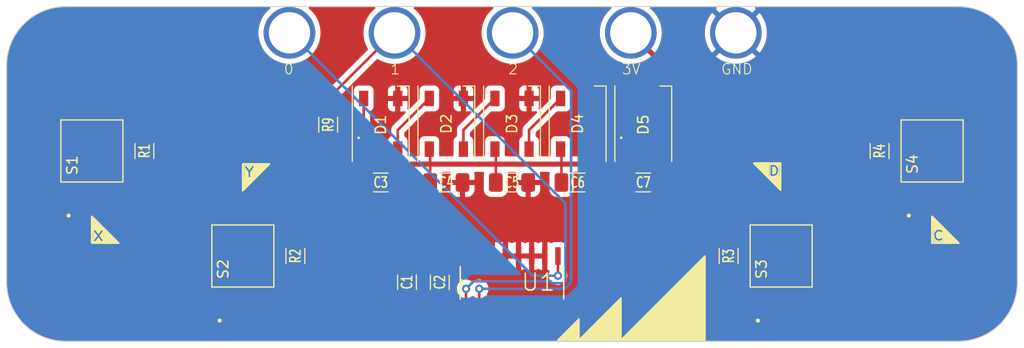
<source format=kicad_pcb>
(kicad_pcb (version 20240108) (generator "pcbnew") (generator_version "8.0")
  (title_block (title "solder:bit Gamepad") (date "2024-05-19") (rev "v0.2") (company "Lancaster University") (comment 1 "Aron Eggens"))
  (layers (0 "F.Cu" signal) (31 "B.Cu" signal) (34 "B.Paste" user) (35 "F.Paste" user) (36 "B.SilkS" user "B.Silkscreen") (37 "F.SilkS" user "F.Silkscreen") (38 "B.Mask" user) (39 "F.Mask" user) (44 "Edge.Cuts" user))
  (net 0 "")
  (net 1 "GND")
  (net 2 "+3V0")
  (net 3 "Net-(D1-DOUT)")
  (net 4 "Net-(D1-DIN)")
  (net 5 "Net-(D2-DOUT)")
  (net 6 "Net-(D3-DOUT)")
  (net 7 "Net-(D4-DOUT)")
  (net 8 "Net-(R1-Pad1)")
  (net 9 "Net-(R2-Pad1)")
  (net 10 "Net-(R3-Pad1)")
  (net 11 "Net-(R4-Pad1)")
  (net 12 "PL{slash}DATA")
  (net 13 "SER")
  (net 14 "CLK")
  (net 15 "BTN1")
  (net 17 "BTN2")
  (net 19 "BTN3")
  (net 21 "BTN4")
  (footprint "LED_SMD:LED_WS2812B_PLCC4_5.0x5.0mm_P3.2mm" (layer "F.Cu") (at 137.795 88.8122 90)
    (property "Reference" "D1" (at -0.09 0 90) (layer "F.SilkS"))
    (property "Value" "WS2812B" (hide yes))
    (fp_line (start -3.65 -2.75) (end 3.65 -2.75) (stroke (width 0.12)) (layer "F.SilkS"))
    (fp_line (start 3.65 2.75) (end 3.65 1.6) (stroke (width 0.12)) (layer "F.SilkS"))
    (fp_line (start -3.65 2.75) (end 3.65 2.75) (stroke (width 0.12)) (layer "F.SilkS"))
    (fp_text user "." (at -1.3578 -2.54 90) (layer "F.SilkS"))
    (pad "1" smd rect (at -2.45 -1.65 90) (size 1.5 0.9) (layers "F.Cu" "F.Paste" "F.Mask") (net 2 "+3V0"))
    (pad "2" smd rect (at -2.45 1.65 90) (size 1.5 0.9) (layers "F.Cu" "F.Paste" "F.Mask") (net 3 "Net-(D1-DOUT)"))
    (pad "3" smd rect (at 2.45 1.65 90) (size 1.5 0.9) (layers "F.Cu" "F.Paste" "F.Mask") (net 1 "GND"))
    (pad "4" smd rect (at 2.45 -1.65 90) (size 1.5 0.9) (layers "F.Cu" "F.Paste" "F.Mask") (net 4 "Net-(D1-DIN)"))
  )
  (footprint "TS-1002S:SW_TS04-66-95-BK-100-SMT" (layer "F.Cu") (at 176.53 101.6 90)
    (property "Reference" "S3" (at -1.27 -1.905 90) (layer "F.SilkS"))
    (property "Value" "TS04-66-95-BK-100-SMT" (hide yes))
    (fp_line (start 3 -3) (end -3 -3) (stroke (width 0.127)) (layer "F.SilkS"))
    (fp_line (start -3 -3) (end -3 3) (stroke (width 0.127)) (layer "F.SilkS"))
    (fp_line (start 3 3) (end 3 -3) (stroke (width 0.127)) (layer "F.SilkS"))
    (fp_line (start -3 3) (end 3 3) (stroke (width 0.127)) (layer "F.SilkS"))
    (fp_circle (center -6.25 -2.25) (end -6.15 -2.25) (stroke (width 0.2)) (fill none) (layer "F.SilkS"))
    (pad "1" smd rect (at -4.55 -2.25 90) (size 2.1 1.4) (layers "F.Cu" "F.Paste" "F.Mask"))
    (pad "2" smd rect (at -4.55 2.25 90) (size 2.1 1.4) (layers "F.Cu" "F.Paste" "F.Mask") (net 19 "BTN3"))
    (pad "3" smd rect (at 4.55 -2.25 90) (size 2.1 1.4) (layers "F.Cu" "F.Paste" "F.Mask") (net 2 "+3V0"))
    (pad "4" smd rect (at 4.55 2.25 90) (size 2.1 1.4) (layers "F.Cu" "F.Paste" "F.Mask") (net 10 "Net-(R3-Pad1)"))
  )
  (footprint "Capacitor_SMD:C_1206_3216Metric_Pad1.33x1.80mm_HandSolder" (layer "F.Cu") (at 156.845 94.488)
    (property "Reference" "C6" (at 0 0 0) (layer "F.SilkS") (effects (font (size 1 0.7))))
    (property "Value" "0.1uF")
    (fp_line (start -0.711252 -0.91) (end 0.711252 -0.91) (stroke (width 0.12)) (layer "F.SilkS"))
    (fp_line (start -0.711252 0.91) (end 0.711252 0.91) (stroke (width 0.12)) (layer "F.SilkS"))
    (pad "1" smd roundrect (at -1.5625 0) (size 1.325 1.8) (layers "F.Cu" "F.Paste" "F.Mask") (roundrect_rratio 0.188679) (net 2 "+3V0"))
    (pad "2" smd roundrect (at 1.5625 0) (size 1.325 1.8) (layers "F.Cu" "F.Paste" "F.Mask") (roundrect_rratio 0.188679) (net 1 "GND"))
  )
  (footprint "Resistor_SMD:R_1206_3216Metric_Pad1.30x1.75mm_HandSolder" (layer "F.Cu") (at 132.715 88.9 -90)
    (property "Reference" "R9" (at 0 0 90) (layer "F.SilkS") (effects (font (size 1 0.7))))
    (property "Value" "300Ω")
    (fp_line (start -0.727064 0.91) (end 0.727064 0.91) (stroke (width 0.12)) (layer "F.SilkS"))
    (fp_line (start -0.727064 -0.91) (end 0.727064 -0.91) (stroke (width 0.12)) (layer "F.SilkS"))
    (pad "1" smd roundrect (at -1.55 0 270) (size 1.3 1.75) (layers "F.Cu" "F.Paste" "F.Mask") (roundrect_rratio 0.192308) (net 12 "PL{slash}DATA"))
    (pad "2" smd roundrect (at 1.55 0 270) (size 1.3 1.75) (layers "F.Cu" "F.Paste" "F.Mask") (roundrect_rratio 0.192308) (net 4 "Net-(D1-DIN)"))
  )
  (footprint "TS-1002S:SW_TS04-66-95-BK-100-SMT" (layer "F.Cu") (at 191.135 91.44 90)
    (property "Reference" "S4" (at -1.27 -1.905 90) (layer "F.SilkS"))
    (property "Value" "TS04-66-95-BK-100-SMT" (hide yes))
    (fp_line (start 3 -3) (end -3 -3) (stroke (width 0.127)) (layer "F.SilkS"))
    (fp_line (start -3 -3) (end -3 3) (stroke (width 0.127)) (layer "F.SilkS"))
    (fp_line (start 3 3) (end 3 -3) (stroke (width 0.127)) (layer "F.SilkS"))
    (fp_line (start -3 3) (end 3 3) (stroke (width 0.127)) (layer "F.SilkS"))
    (fp_circle (center -6.25 -2.25) (end -6.15 -2.25) (stroke (width 0.2)) (fill none) (layer "F.SilkS"))
    (pad "1" smd rect (at -4.55 -2.25 90) (size 2.1 1.4) (layers "F.Cu" "F.Paste" "F.Mask"))
    (pad "2" smd rect (at -4.55 2.25 90) (size 2.1 1.4) (layers "F.Cu" "F.Paste" "F.Mask") (net 21 "BTN4"))
    (pad "3" smd rect (at 4.55 -2.25 90) (size 2.1 1.4) (layers "F.Cu" "F.Paste" "F.Mask") (net 2 "+3V0"))
    (pad "4" smd rect (at 4.55 2.25 90) (size 2.1 1.4) (layers "F.Cu" "F.Paste" "F.Mask") (net 11 "Net-(R4-Pad1)"))
  )
  (footprint "TS-1002S:SW_TS04-66-95-BK-100-SMT" (layer "F.Cu") (at 109.855 91.44 90)
    (property "Reference" "S1" (at -1.375 -1.905 90) (layer "F.SilkS"))
    (property "Value" "TS04-66-95-BK-100-SMT" (hide yes))
    (fp_line (start 3 -3) (end -3 -3) (stroke (width 0.127)) (layer "F.SilkS"))
    (fp_line (start -3 -3) (end -3 3) (stroke (width 0.127)) (layer "F.SilkS"))
    (fp_line (start 3 3) (end 3 -3) (stroke (width 0.127)) (layer "F.SilkS"))
    (fp_line (start -3 3) (end 3 3) (stroke (width 0.127)) (layer "F.SilkS"))
    (fp_circle (center -6.25 -2.25) (end -6.15 -2.25) (stroke (width 0.2)) (fill none) (layer "F.SilkS"))
    (pad "1" smd rect (at -4.55 -2.25 90) (size 2.1 1.4) (layers "F.Cu" "F.Paste" "F.Mask"))
    (pad "2" smd rect (at -4.55 2.25 90) (size 2.1 1.4) (layers "F.Cu" "F.Paste" "F.Mask") (net 15 "BTN1"))
    (pad "3" smd rect (at 4.55 -2.25 90) (size 2.1 1.4) (layers "F.Cu" "F.Paste" "F.Mask") (net 2 "+3V0"))
    (pad "4" smd rect (at 4.55 2.25 90) (size 2.1 1.4) (layers "F.Cu" "F.Paste" "F.Mask") (net 8 "Net-(R1-Pad1)"))
  )
  (footprint "LED_SMD:LED_WS2812B_PLCC4_5.0x5.0mm_P3.2mm" (layer "F.Cu") (at 163.195 88.81 90)
    (property "Reference" "D5" (at -0.09 0 90) (layer "F.SilkS"))
    (property "Value" "WS2812B" (hide yes))
    (fp_line (start -3.65 -2.75) (end 3.65 -2.75) (stroke (width 0.12)) (layer "F.SilkS"))
    (fp_line (start 3.65 2.75) (end 3.65 1.6) (stroke (width 0.12)) (layer "F.SilkS"))
    (fp_line (start -3.65 2.75) (end 3.65 2.75) (stroke (width 0.12)) (layer "F.SilkS"))
    (fp_text user "." (at -1.36 -2.54 90) (layer "F.SilkS"))
    (pad "1" smd rect (at -2.45 -1.65 90) (size 1.5 0.9) (layers "F.Cu" "F.Paste" "F.Mask") (net 2 "+3V0"))
    (pad "2" smd rect (at -2.45 1.65 90) (size 1.5 0.9) (layers "F.Cu" "F.Paste" "F.Mask"))
    (pad "3" smd rect (at 2.45 1.65 90) (size 1.5 0.9) (layers "F.Cu" "F.Paste" "F.Mask") (net 1 "GND"))
    (pad "4" smd rect (at 2.45 -1.65 90) (size 1.5 0.9) (layers "F.Cu" "F.Paste" "F.Mask") (net 7 "Net-(D4-DOUT)"))
  )
  (footprint "Capacitor_SMD:C_1206_3216Metric_Pad1.33x1.80mm_HandSolder" (layer "F.Cu") (at 150.495 94.488)
    (property "Reference" "C5" (at 0 0 0) (layer "F.SilkS") (effects (font (size 1 0.7))))
    (property "Value" "0.1uF")
    (fp_line (start -0.711252 -0.91) (end 0.711252 -0.91) (stroke (width 0.12)) (layer "F.SilkS"))
    (fp_line (start -0.711252 0.91) (end 0.711252 0.91) (stroke (width 0.12)) (layer "F.SilkS"))
    (pad "1" smd roundrect (at -1.5625 0) (size 1.325 1.8) (layers "F.Cu" "F.Paste" "F.Mask") (roundrect_rratio 0.188679) (net 2 "+3V0"))
    (pad "2" smd roundrect (at 1.5625 0) (size 1.325 1.8) (layers "F.Cu" "F.Paste" "F.Mask") (roundrect_rratio 0.188679) (net 1 "GND"))
  )
  (footprint "Capacitor_SMD:C_1206_3216Metric_Pad1.33x1.80mm_HandSolder" (layer "F.Cu") (at 143.51 104.14 90)
    (property "Reference" "C2" (at 0 0 90) (layer "F.SilkS") (effects (font (size 1 0.7))))
    (property "Value" "1uF")
    (fp_line (start -0.711252 -0.91) (end 0.711252 -0.91) (stroke (width 0.12)) (layer "F.SilkS"))
    (fp_line (start -0.711252 0.91) (end 0.711252 0.91) (stroke (width 0.12)) (layer "F.SilkS"))
    (pad "1" smd roundrect (at -1.5625 0 90) (size 1.325 1.8) (layers "F.Cu" "F.Paste" "F.Mask") (roundrect_rratio 0.188679) (net 1 "GND"))
    (pad "2" smd roundrect (at 1.5625 0 90) (size 1.325 1.8) (layers "F.Cu" "F.Paste" "F.Mask") (roundrect_rratio 0.188679) (net 2 "+3V0"))
  )
  (footprint "74HC165:SOIC127P600X175-16N" (layer "F.Cu") (at 150.495 104.1908 90)
    (property "Reference" "U1" (at 0.0508 2.54 180) (layer "F.SilkS") (effects (font (size 1.640386 1.640386))))
    (property "Value" "74HC165D_653" (hide yes))
    (fp_line (start 1.5748 -5.0038) (end 0.3048 -5.0038) (stroke (width 0.1524)) (layer "F.SilkS"))
    (fp_line (start 0.3048 -5.0038) (end -0.3048 -5.0038) (stroke (width 0.1524)) (layer "F.SilkS"))
    (fp_line (start -0.3048 -5.0038) (end -1.5748 -5.0038) (stroke (width 0.1524)) (layer "F.SilkS"))
    (fp_line (start -1.5748 5.0038) (end 1.5748 5.0038) (stroke (width 0.1524)) (layer "F.SilkS"))
    (fp_arc (start 0.3048 -5.0038) (mid 0 -4.699) (end -0.3048 -5.0038) (stroke (width 0.1524)) (layer "F.SilkS"))
    (pad "1" smd rect (at -2.5908 -4.445 90) (size 1.7018 0.5334) (layers "F.Cu" "F.Paste" "F.Mask") (net 12 "PL{slash}DATA"))
    (pad "2" smd rect (at -2.5908 -3.175 90) (size 1.7018 0.5334) (layers "F.Cu" "F.Paste" "F.Mask") (net 14 "CLK"))
    (pad "3" smd rect (at -2.5908 -1.905 90) (size 1.7018 0.5334) (layers "F.Cu" "F.Paste" "F.Mask") (net 15 "BTN1"))
    (pad "4" smd rect (at -2.5908 -0.635 90) (size 1.7018 0.5334) (layers "F.Cu" "F.Paste" "F.Mask") (net 17 "BTN2"))
    (pad "5" smd rect (at -2.5908 0.635 90) (size 1.7018 0.5334) (layers "F.Cu" "F.Paste" "F.Mask") (net 19 "BTN3"))
    (pad "6" smd rect (at -2.5908 1.905 90) (size 1.7018 0.5334) (layers "F.Cu" "F.Paste" "F.Mask") (net 21 "BTN4"))
    (pad "7" smd rect (at -2.5908 3.175 90) (size 1.7018 0.5334) (layers "F.Cu" "F.Paste" "F.Mask"))
    (pad "8" smd rect (at -2.5908 4.445 90) (size 1.7018 0.5334) (layers "F.Cu" "F.Paste" "F.Mask") (net 1 "GND"))
    (pad "9" smd rect (at 2.5908 4.445 90) (size 1.7018 0.5334) (layers "F.Cu" "F.Paste" "F.Mask") (net 13 "SER"))
    (pad "10" smd rect (at 2.5908 3.175 90) (size 1.7018 0.5334) (layers "F.Cu" "F.Paste" "F.Mask") (net 1 "GND"))
    (pad "11" smd rect (at 2.5908 1.905 90) (size 1.7018 0.5334) (layers "F.Cu" "F.Paste" "F.Mask") (net 1 "GND"))
    (pad "12" smd rect (at 2.5908 0.635 90) (size 1.7018 0.5334) (layers "F.Cu" "F.Paste" "F.Mask") (net 1 "GND"))
    (pad "13" smd rect (at 2.5908 -0.635 90) (size 1.7018 0.5334) (layers "F.Cu" "F.Paste" "F.Mask") (net 1 "GND"))
    (pad "14" smd rect (at 2.5908 -1.905 90) (size 1.7018 0.5334) (layers "F.Cu" "F.Paste" "F.Mask") (net 1 "GND"))
    (pad "15" smd rect (at 2.5908 -3.175 90) (size 1.7018 0.5334) (layers "F.Cu" "F.Paste" "F.Mask") (net 1 "GND"))
    (pad "16" smd rect (at 2.5908 -4.445 90) (size 1.7018 0.5334) (layers "F.Cu" "F.Paste" "F.Mask") (net 2 "+3V0"))
  )
  (footprint "Resistor_SMD:R_1206_3216Metric_Pad1.30x1.75mm_HandSolder" (layer "F.Cu") (at 171.45 101.6 90)
    (property "Reference" "R3" (at 0 0 90) (layer "F.SilkS") (effects (font (size 1 0.7))))
    (property "Value" "100k")
    (fp_line (start -0.727064 -0.91) (end 0.727064 -0.91) (stroke (width 0.12)) (layer "F.SilkS"))
    (fp_line (start -0.727064 0.91) (end 0.727064 0.91) (stroke (width 0.12)) (layer "F.SilkS"))
    (pad "1" smd roundrect (at -1.55 0 90) (size 1.3 1.75) (layers "F.Cu" "F.Paste" "F.Mask") (roundrect_rratio 0.192308) (net 10 "Net-(R3-Pad1)"))
    (pad "2" smd roundrect (at 1.55 0 90) (size 1.3 1.75) (layers "F.Cu" "F.Paste" "F.Mask") (roundrect_rratio 0.192308) (net 1 "GND"))
  )
  (footprint "LED_SMD:LED_WS2812B_PLCC4_5.0x5.0mm_P3.2mm" (layer "F.Cu") (at 144.145 88.81 90)
    (property "Reference" "D2" (at 0 0 90) (layer "F.SilkS"))
    (property "Value" "WS2812B" (hide yes))
    (fp_line (start -3.65 -2.75) (end 3.65 -2.75) (stroke (width 0.12)) (layer "F.SilkS"))
    (fp_line (start 3.65 2.75) (end 3.65 1.6) (stroke (width 0.12)) (layer "F.SilkS"))
    (fp_line (start -3.65 2.75) (end 3.65 2.75) (stroke (width 0.12)) (layer "F.SilkS"))
    (fp_text user "." (at -1.36 -2.54 90) (layer "F.SilkS"))
    (pad "1" smd rect (at -2.45 -1.65 90) (size 1.5 0.9) (layers "F.Cu" "F.Paste" "F.Mask") (net 2 "+3V0"))
    (pad "2" smd rect (at -2.45 1.65 90) (size 1.5 0.9) (layers "F.Cu" "F.Paste" "F.Mask") (net 5 "Net-(D2-DOUT)"))
    (pad "3" smd rect (at 2.45 1.65 90) (size 1.5 0.9) (layers "F.Cu" "F.Paste" "F.Mask") (net 1 "GND"))
    (pad "4" smd rect (at 2.45 -1.65 90) (size 1.5 0.9) (layers "F.Cu" "F.Paste" "F.Mask") (net 3 "Net-(D1-DOUT)"))
  )
  (footprint "Resistor_SMD:R_1206_3216Metric_Pad1.30x1.75mm_HandSolder" (layer "F.Cu") (at 186.055 91.44 90)
    (property "Reference" "R4" (at 0 0 90) (layer "F.SilkS") (effects (font (size 1 0.7))))
    (property "Value" "100k")
    (fp_line (start -0.727064 -0.91) (end 0.727064 -0.91) (stroke (width 0.12)) (layer "F.SilkS"))
    (fp_line (start -0.727064 0.91) (end 0.727064 0.91) (stroke (width 0.12)) (layer "F.SilkS"))
    (pad "1" smd roundrect (at -1.55 0 90) (size 1.3 1.75) (layers "F.Cu" "F.Paste" "F.Mask") (roundrect_rratio 0.192308) (net 11 "Net-(R4-Pad1)"))
    (pad "2" smd roundrect (at 1.55 0 90) (size 1.3 1.75) (layers "F.Cu" "F.Paste" "F.Mask") (roundrect_rratio 0.192308) (net 1 "GND"))
  )
  (footprint "Capacitor_SMD:C_1206_3216Metric_Pad1.33x1.80mm_HandSolder" (layer "F.Cu") (at 137.795 94.488)
    (property "Reference" "C3" (at 0 0 0) (layer "F.SilkS") (effects (font (size 1 0.7))))
    (property "Value" "0.1uF")
    (fp_line (start -0.711252 -0.91) (end 0.711252 -0.91) (stroke (width 0.12)) (layer "F.SilkS"))
    (fp_line (start -0.711252 0.91) (end 0.711252 0.91) (stroke (width 0.12)) (layer "F.SilkS"))
    (pad "1" smd roundrect (at -1.5625 0) (size 1.325 1.8) (layers "F.Cu" "F.Paste" "F.Mask") (roundrect_rratio 0.188679) (net 2 "+3V0"))
    (pad "2" smd roundrect (at 1.5625 0) (size 1.325 1.8) (layers "F.Cu" "F.Paste" "F.Mask") (roundrect_rratio 0.188679) (net 1 "GND"))
  )
  (footprint "Resistor_SMD:R_1206_3216Metric_Pad1.30x1.75mm_HandSolder" (layer "F.Cu") (at 114.935 91.44 90)
    (property "Reference" "R1" (at 0 0 90) (layer "F.SilkS") (effects (font (size 1 0.7))))
    (property "Value" "100k")
    (fp_line (start -0.727064 -0.91) (end 0.727064 -0.91) (stroke (width 0.12)) (layer "F.SilkS"))
    (fp_line (start -0.727064 0.91) (end 0.727064 0.91) (stroke (width 0.12)) (layer "F.SilkS"))
    (pad "1" smd roundrect (at -1.55 0 90) (size 1.3 1.75) (layers "F.Cu" "F.Paste" "F.Mask") (roundrect_rratio 0.192308) (net 8 "Net-(R1-Pad1)"))
    (pad "2" smd roundrect (at 1.55 0 90) (size 1.3 1.75) (layers "F.Cu" "F.Paste" "F.Mask") (roundrect_rratio 0.192308) (net 1 "GND"))
  )
  (footprint "Capacitor_SMD:C_1206_3216Metric_Pad1.33x1.80mm_HandSolder" (layer "F.Cu") (at 163.195 94.488)
    (property "Reference" "C7" (at 0 0 0) (layer "F.SilkS") (effects (font (size 1 0.7))))
    (property "Value" "0.1uF")
    (fp_line (start -0.711252 -0.91) (end 0.711252 -0.91) (stroke (width 0.12)) (layer "F.SilkS"))
    (fp_line (start -0.711252 0.91) (end 0.711252 0.91) (stroke (width 0.12)) (layer "F.SilkS"))
    (pad "1" smd roundrect (at -1.5625 0) (size 1.325 1.8) (layers "F.Cu" "F.Paste" "F.Mask") (roundrect_rratio 0.188679) (net 2 "+3V0"))
    (pad "2" smd roundrect (at 1.5625 0) (size 1.325 1.8) (layers "F.Cu" "F.Paste" "F.Mask") (roundrect_rratio 0.188679) (net 1 "GND"))
  )
  (footprint "LED_SMD:LED_WS2812B_PLCC4_5.0x5.0mm_P3.2mm" (layer "F.Cu") (at 150.495 88.81 90)
    (property "Reference" "D3" (at 0 0 90) (layer "F.SilkS"))
    (property "Value" "WS2812B" (hide yes))
    (fp_line (start -3.65 -2.75) (end 3.65 -2.75) (stroke (width 0.12)) (layer "F.SilkS"))
    (fp_line (start 3.65 2.75) (end 3.65 1.6) (stroke (width 0.12)) (layer "F.SilkS"))
    (fp_line (start -3.65 2.75) (end 3.65 2.75) (stroke (width 0.12)) (layer "F.SilkS"))
    (fp_text user "." (at -1.36 -2.54 90) (layer "F.SilkS"))
    (pad "1" smd rect (at -2.45 -1.65 90) (size 1.5 0.9) (layers "F.Cu" "F.Paste" "F.Mask") (net 2 "+3V0"))
    (pad "2" smd rect (at -2.45 1.65 90) (size 1.5 0.9) (layers "F.Cu" "F.Paste" "F.Mask") (net 6 "Net-(D3-DOUT)"))
    (pad "3" smd rect (at 2.45 1.65 90) (size 1.5 0.9) (layers "F.Cu" "F.Paste" "F.Mask") (net 1 "GND"))
    (pad "4" smd rect (at 2.45 -1.65 90) (size 1.5 0.9) (layers "F.Cu" "F.Paste" "F.Mask") (net 5 "Net-(D2-DOUT)"))
  )
  (footprint "LED_SMD:LED_WS2812B_PLCC4_5.0x5.0mm_P3.2mm" (layer "F.Cu") (at 156.845 88.81 90)
    (property "Reference" "D4" (at 0 0 90) (layer "F.SilkS"))
    (property "Value" "WS2812B" (hide yes))
    (fp_line (start -3.65 -2.75) (end 3.65 -2.75) (stroke (width 0.12)) (layer "F.SilkS"))
    (fp_line (start 3.65 2.75) (end 3.65 1.6) (stroke (width 0.12)) (layer "F.SilkS"))
    (fp_line (start -3.65 2.75) (end 3.65 2.75) (stroke (width 0.12)) (layer "F.SilkS"))
    (fp_text user "." (at -1.36 -2.54 90) (layer "F.SilkS"))
    (pad "1" smd rect (at -2.45 -1.65 90) (size 1.5 0.9) (layers "F.Cu" "F.Paste" "F.Mask") (net 2 "+3V0"))
    (pad "2" smd rect (at -2.45 1.65 90) (size 1.5 0.9) (layers "F.Cu" "F.Paste" "F.Mask") (net 7 "Net-(D4-DOUT)"))
    (pad "3" smd rect (at 2.45 1.65 90) (size 1.5 0.9) (layers "F.Cu" "F.Paste" "F.Mask") (net 1 "GND"))
    (pad "4" smd rect (at 2.45 -1.65 90) (size 1.5 0.9) (layers "F.Cu" "F.Paste" "F.Mask") (net 6 "Net-(D3-DOUT)"))
  )
  (footprint "Capacitor_SMD:C_1206_3216Metric_Pad1.33x1.80mm_HandSolder" (layer "F.Cu") (at 144.145 94.488)
    (property "Reference" "C4" (at 0 0 0) (layer "F.SilkS") (effects (font (size 1 0.7))))
    (property "Value" "0.1uF")
    (fp_line (start -0.711252 -0.91) (end 0.711252 -0.91) (stroke (width 0.12)) (layer "F.SilkS"))
    (fp_line (start -0.711252 0.91) (end 0.711252 0.91) (stroke (width 0.12)) (layer "F.SilkS"))
    (pad "1" smd roundrect (at -1.5625 0) (size 1.325 1.8) (layers "F.Cu" "F.Paste" "F.Mask") (roundrect_rratio 0.188679) (net 2 "+3V0"))
    (pad "2" smd roundrect (at 1.5625 0) (size 1.325 1.8) (layers "F.Cu" "F.Paste" "F.Mask") (roundrect_rratio 0.188679) (net 1 "GND"))
  )
  (footprint "Connector_Microbit_Edge:Edge_Connector_Rings" (layer "F.Cu") (at 150.5575 80.01)
    (property "Reference" "REF1" (hide yes))
    (property "Value" "~" (hide yes))
    (fp_text user "2" (at -0.5 4.1 0) (layer "F.SilkS") (effects (font (thickness 0.1)) (justify left bottom)))
    (fp_text user "3V" (at 10.5 4.1 0) (layer "F.SilkS") (effects (font (thickness 0.1)) (justify left bottom)))
    (fp_text user "0" (at -22.2 4.1 0) (layer "F.SilkS") (effects (font (thickness 0.1)) (justify left bottom)))
    (fp_text user "1" (at -11.9 4.1 0) (layer "F.SilkS") (effects (font (thickness 0.1)) (justify left bottom)))
    (fp_text user "GND" (at 20.1 4.1 0) (layer "F.SilkS") (effects (font (thickness 0.1)) (justify left bottom)))
    (pad "1" thru_hole circle (at -21.59 0) (size 5 5) (drill 4) (layers "*.Cu" "*.Mask") (net 13 "SER"))
    (pad "2" thru_hole circle (at -11.43 0) (size 5 5) (drill 4) (layers "*.Cu" "*.Mask") (net 12 "PL{slash}DATA"))
    (pad "3" thru_hole circle (at 0 0) (size 5 5) (drill 4) (layers "*.Cu" "*.Mask") (net 14 "CLK"))
    (pad "4" thru_hole circle (at 11.43 0) (size 5 5) (drill 4) (layers "*.Cu" "*.Mask") (net 2 "+3V0"))
    (pad "5" thru_hole circle (at 21.59 0) (size 5 5) (drill 4) (layers "*.Cu" "*.Mask") (net 1 "GND"))
  )
  (footprint "Capacitor_SMD:C_1206_3216Metric_Pad1.33x1.80mm_HandSolder" (layer "F.Cu") (at 140.335 104.14 90)
    (property "Reference" "C1" (at 0 0 90) (layer "F.SilkS") (effects (font (size 1 0.7))))
    (property "Value" "0.1uF")
    (fp_line (start -0.711252 -0.91) (end 0.711252 -0.91) (stroke (width 0.12)) (layer "F.SilkS"))
    (fp_line (start -0.711252 0.91) (end 0.711252 0.91) (stroke (width 0.12)) (layer "F.SilkS"))
    (pad "1" smd roundrect (at -1.5625 0 90) (size 1.325 1.8) (layers "F.Cu" "F.Paste" "F.Mask") (roundrect_rratio 0.188679) (net 1 "GND"))
    (pad "2" smd roundrect (at 1.5625 0 90) (size 1.325 1.8) (layers "F.Cu" "F.Paste" "F.Mask") (roundrect_rratio 0.188679) (net 2 "+3V0"))
  )
  (footprint "Resistor_SMD:R_1206_3216Metric_Pad1.30x1.75mm_HandSolder" (layer "F.Cu") (at 129.54 101.6 90)
    (property "Reference" "R2" (at 0 0 90) (layer "F.SilkS") (effects (font (size 1 0.7))))
    (property "Value" "100k")
    (fp_line (start -0.727064 -0.91) (end 0.727064 -0.91) (stroke (width 0.12)) (layer "F.SilkS"))
    (fp_line (start -0.727064 0.91) (end 0.727064 0.91) (stroke (width 0.12)) (layer "F.SilkS"))
    (pad "1" smd roundrect (at -1.55 0 90) (size 1.3 1.75) (layers "F.Cu" "F.Paste" "F.Mask") (roundrect_rratio 0.192308) (net 9 "Net-(R2-Pad1)"))
    (pad "2" smd roundrect (at 1.55 0 90) (size 1.3 1.75) (layers "F.Cu" "F.Paste" "F.Mask") (roundrect_rratio 0.192308) (net 1 "GND"))
  )
  (footprint "TS-1002S:SW_TS04-66-95-BK-100-SMT" (layer "F.Cu") (at 124.46 101.6 90)
    (property "Reference" "S2" (at -1.27 -1.905 90) (layer "F.SilkS"))
    (property "Value" "TS04-66-95-BK-100-SMT" (hide yes))
    (fp_line (start 3 -3) (end -3 -3) (stroke (width 0.127)) (layer "F.SilkS"))
    (fp_line (start -3 -3) (end -3 3) (stroke (width 0.127)) (layer "F.SilkS"))
    (fp_line (start 3 3) (end 3 -3) (stroke (width 0.127)) (layer "F.SilkS"))
    (fp_line (start -3 3) (end 3 3) (stroke (width 0.127)) (layer "F.SilkS"))
    (fp_circle (center -6.25 -2.25) (end -6.15 -2.25) (stroke (width 0.2)) (fill none) (layer "F.SilkS"))
    (pad "1" smd rect (at -4.55 -2.25 90) (size 2.1 1.4) (layers "F.Cu" "F.Paste" "F.Mask"))
    (pad "2" smd rect (at -4.55 2.25 90) (size 2.1 1.4) (layers "F.Cu" "F.Paste" "F.Mask") (net 17 "BTN2"))
    (pad "3" smd rect (at 4.55 -2.25 90) (size 2.1 1.4) (layers "F.Cu" "F.Paste" "F.Mask") (net 2 "+3V0"))
    (pad "4" smd rect (at 4.55 2.25 90) (size 2.1 1.4) (layers "F.Cu" "F.Paste" "F.Mask") (net 9 "Net-(R2-Pad1)"))
  )
  (gr_poly (pts (xy 127 92.71) (xy 124.46 92.71) (xy 124.46 95.25)) (stroke (width 0.2)) (fill none) (layer "F.SilkS"))
  (gr_poly (pts (xy 192.278 100.355396) (xy 192.278 98.932996) (xy 193.675 100.329996)) (stroke (width 0.15)) (fill solid) (layer "F.SilkS"))
  (gr_poly (pts (xy 156.972 109.728) (xy 161.036 109.728) (xy 161.036 105.664)) (stroke (width 0.15)) (fill solid) (layer "F.SilkS"))
  (gr_poly (pts (xy 154.94 109.728) (xy 156.972 109.728) (xy 156.972 107.696)) (stroke (width 0.15)) (fill solid) (layer "F.SilkS"))
  (gr_poly (pts (xy 110.998 100.3554) (xy 110.998 98.933) (xy 112.395 100.33)) (stroke (width 0.15)) (fill solid) (layer "F.SilkS"))
  (gr_poly (pts (xy 109.855 97.79) (xy 109.855 100.33) (xy 112.395 100.33)) (stroke (width 0.2)) (fill none) (layer "F.SilkS"))
  (gr_poly (pts (xy 127 92.71) (xy 125.6562 92.74) (xy 125.6562 93.9338)) (stroke (width 0.15)) (fill solid) (layer "F.SilkS"))
  (gr_poly (pts (xy 124.45 94.07) (xy 125.63 94.06) (xy 124.46 95.25)) (stroke (width 0.15)) (fill solid) (layer "F.SilkS"))
  (gr_poly (pts (xy 109.855 97.79) (xy 109.855 98.9838) (xy 111.0488 98.9838)) (stroke (width 0.15)) (fill solid) (layer "F.SilkS"))
  (gr_poly (pts (xy 191.135 97.789996) (xy 191.135 98.983796) (xy 192.3288 98.983796)) (stroke (width 0.15)) (fill solid) (layer "F.SilkS"))
  (gr_poly (pts (xy 176.4538 95.1738) (xy 176.4538 93.98) (xy 175.26 93.98)) (stroke (width 0.15)) (fill solid) (layer "F.SilkS"))
  (gr_poly (pts (xy 175.3108 92.6084) (xy 175.3108 94.0308) (xy 173.9138 92.6338)) (stroke (width 0.15)) (fill solid) (layer "F.SilkS"))
  (gr_poly (pts (xy 191.135 97.789996) (xy 191.135 100.329996) (xy 193.675 100.329996)) (stroke (width 0.2)) (fill none) (layer "F.SilkS"))
  (gr_poly (pts (xy 176.4538 95.1738) (xy 176.4538 92.6338) (xy 173.9138 92.6338)) (stroke (width 0.2)) (fill none) (layer "F.SilkS"))
  (gr_poly (pts (xy 161.036 109.728) (xy 169.164 109.728) (xy 169.164 101.6)) (stroke (width 0.15)) (fill solid) (layer "F.SilkS"))
  (gr_arc (start 193.675 77.47) (mid 197.716115 79.143885) (end 199.39 83.185) (stroke (width 0.1)) (layer "Edge.Cuts"))
  (gr_line (start 193.675 77.47) (end 107.315 77.47) (stroke (width 0.1)) (layer "Edge.Cuts"))
  (gr_arc (start 101.6 83.185) (mid 103.273885 79.143885) (end 107.315 77.47) (stroke (width 0.1)) (layer "Edge.Cuts"))
  (gr_arc (start 107.315 109.855) (mid 103.273885 108.181115) (end 101.6 104.14) (stroke (width 0.1)) (layer "Edge.Cuts"))
  (gr_line (start 199.39 104.14) (end 199.39 83.185) (stroke (width 0.1)) (layer "Edge.Cuts"))
  (gr_arc (start 199.39 104.14) (mid 197.716115 108.181115) (end 193.675 109.855) (stroke (width 0.1)) (layer "Edge.Cuts"))
  (gr_line (start 107.315 109.855) (end 193.675 109.855) (stroke (width 0.1)) (layer "Edge.Cuts"))
  (gr_line (start 101.6 83.185) (end 101.6 104.14) (stroke (width 0.1)) (layer "Edge.Cuts"))
  (gr_text "C" (at 191.135 100.152196 0) (layer "F.SilkS" knockout) (effects (font (size 0.9 1)) (justify left bottom)))
  (gr_text "X" (at 111.0588 99.0738 180) (layer "F.SilkS" knockout) (effects (font (size 0.9 1)) (justify left bottom)))
  (gr_text "D" (at 175.25 93.89 0) (layer "F.SilkS" knockout) (effects (font (size 0.9 1)) (justify left bottom)))
  (gr_text "Y" (at 124.56 94.01 0) (layer "F.SilkS" knockout) (effects (font (size 0.9 1)) (justify left bottom)))
  (segment (start 143.51 105.7025) (end 143.6068 105.6057) (width 0.25) (layer "F.Cu") (net 1))
  (segment (start 140.97 95.885) (end 146.05 100.965) (width 0.25) (layer "F.Cu") (net 2))
  (segment (start 166.37 92.71) (end 167.005 92.075) (width 0.5) (layer "F.Cu") (net 2))
  (segment (start 140.97 92.71) (end 140.97 95.885) (width 0.25) (layer "F.Cu") (net 2))
  (segment (start 155.2825 94.488) (end 155.2825 92.71) (width 0.25) (layer "F.Cu") (net 2))
  (segment (start 161.6325 92.71) (end 161.6325 91.3475) (width 0.25) (layer "F.Cu") (net 2))
  (segment (start 145.0725 102.5775) (end 146.05 101.6) (width 0.25) (layer "F.Cu") (net 2))
  (segment (start 148.9325 92.71) (end 155.2825 92.71) (width 0.5) (layer "F.Cu") (net 2))
  (segment (start 148.9325 94.488) (end 148.9325 92.71) (width 0.25) (layer "F.Cu") (net 2))
  (segment (start 148.9325 91.3475) (end 148.845 91.26) (width 0.25) (layer "F.Cu") (net 2))
  (segment (start 155.2825 92.71) (end 161.6325 92.71) (width 0.5) (layer "F.Cu") (net 2))
  (segment (start 155.2825 91.3475) (end 155.195 91.26) (width 0.25) (layer "F.Cu") (net 2))
  (segment (start 118.24 84.4) (end 110.095 84.4) (width 0.25) (layer "F.Cu") (net 2))
  (segment (start 126.55 92.71) (end 122.21 97.05) (width 0.25) (layer "F.Cu") (net 2))
  (segment (start 169.94 92.71) (end 167.64 92.71) (width 0.25) (layer "F.Cu") (net 2))
  (segment (start 136.2325 92.71) (end 140.97 92.71) (width 0.5) (layer "F.Cu") (net 2))
  (segment (start 142.5825 91.3475) (end 142.495 91.26) (width 0.25) (layer "F.Cu") (net 2))
  (segment (start 169.94 92.71) (end 178.25 84.4) (width 0.25) (layer "F.Cu") (net 2))
  (segment (start 146.05 100.965) (end 146.05 101.6) (width 0.25) (layer "F.Cu") (net 2))
  (segment (start 136.2325 92.71) (end 136.2325 91.3497) (width 0.25) (layer "F.Cu") (net 2))
  (segment (start 142.5825 94.488) (end 142.5825 92.71) (width 0.25) (layer "F.Cu") (net 2))
  (segment (start 140.335 102.5775) (end 145.0725 102.5775) (width 0.25) (layer "F.Cu") (net 2))
  (segment (start 147.32 92.71) (end 148.9325 92.71) (width 0.5) (layer "F.Cu") (net 2))
  (segment (start 136.2325 94.488) (end 136.2325 92.71) (width 0.25) (layer "F.Cu") (net 2))
  (segment (start 167.005 92.075) (end 167.005 84.9825) (width 0.5) (layer "F.Cu") (net 2))
  (segment (start 142.5825 92.71) (end 147.32 92.71) (width 0.5) (layer "F.Cu") (net 2))
  (segment (start 142.5825 92.71) (end 142.5825 91.3475) (width 0.25) (layer "F.Cu") (net 2))
  (segment (start 136.2325 91.3497) (end 136.145 91.2622) (width 0.25) (layer "F.Cu") (net 2))
  (segment (start 155.2825 92.71) (end 155.2825 91.3475) (width 0.25) (layer "F.Cu") (net 2))
  (segment (start 110.095 84.4) (end 107.605 86.89) (width 0.25) (layer "F.Cu") (net 2))
  (segment (start 148.9325 92.71) (end 148.9325 91.3475) (width 0.25) (layer "F.Cu") (net 2))
  (segment (start 140.97 92.71) (end 142.5825 92.71) (width 0.5) (layer "F.Cu") (net 2))
  (segment (start 167.005 84.9825) (end 161.9875 79.965) (width 0.5) (layer "F.Cu") (net 2))
  (segment (start 167.64 92.71) (end 167.005 92.075) (width 0.25) (layer "F.Cu") (net 2))
  (segment (start 161.6325 94.488) (end 161.6325 92.71) (width 0.25) (layer "F.Cu") (net 2))
  (segment (start 178.25 84.4) (end 186.395 84.4) (width 0.25) (layer "F.Cu") (net 2))
  (segment (start 143.51 102.5775) (end 145.0725 102.5775) (width 0.25) (layer "F.Cu") (net 2))
  (segment (start 136.2325 92.71) (end 126.55 92.71) (width 0.25) (layer "F.Cu") (net 2))
  (segment (start 161.6325 91.3475) (end 161.545 91.26) (width 0.25) (layer "F.Cu") (net 2))
  (segment (start 169.94 92.71) (end 174.28 97.05) (width 0.25) (layer "F.Cu") (net 2))
  (segment (start 126.55 92.71) (end 118.24 84.4) (width 0.25) (layer "F.Cu") (net 2))
  (segment (start 161.6325 92.71) (end 166.37 92.71) (width 0.5) (layer "F.Cu") (net 2))
  (segment (start 186.395 84.4) (end 188.885 86.89) (width 0.25) (layer "F.Cu") (net 2))
  (segment (start 139.445 91.2622) (end 139.445 89.41) (width 0.25) (layer "F.Cu") (net 3))
  (segment (start 139.445 89.41) (end 142.495 86.36) (width 0.25) (layer "F.Cu") (net 3))
  (segment (start 136.145 88.645) (end 136.145 86.3622) (width 0.25) (layer "F.Cu") (net 4))
  (segment (start 132.715 90.45) (end 134.34 90.45) (width 0.25) (layer "F.Cu") (net 4))
  (segment (start 132.715 90.45) (end 133.07 90.45) (width 0.25) (layer "F.Cu") (net 4))
  (segment (start 134.34 90.45) (end 136.145 88.645) (width 0.25) (layer "F.Cu") (net 4))
  (segment (start 145.795 91.26) (end 145.795 89.41) (width 0.25) (layer "F.Cu") (net 5))
  (segment (start 145.795 89.41) (end 148.845 86.36) (width 0.25) (layer "F.Cu") (net 5))
  (segment (start 152.145 91.26) (end 152.145 89.41) (width 0.25) (layer "F.Cu") (net 6))
  (segment (start 152.145 89.41) (end 155.195 86.36) (width 0.25) (layer "F.Cu") (net 6))
  (segment (start 158.495 89.41) (end 161.545 86.36) (width 0.25) (layer "F.Cu") (net 7))
  (segment (start 158.495 91.26) (end 158.495 89.41) (width 0.25) (layer "F.Cu") (net 7))
  (segment (start 114.935 92.99) (end 112.105 90.16) (width 0.25) (layer "F.Cu") (net 8))
  (segment (start 112.105 90.16) (end 112.105 86.89) (width 0.25) (layer "F.Cu") (net 8))
  (segment (start 129.54 103.15) (end 126.71 100.32) (width 0.25) (layer "F.Cu") (net 9))
  (segment (start 126.71 100.32) (end 126.71 97.05) (width 0.25) (layer "F.Cu") (net 9))
  (segment (start 172.68 103.15) (end 178.78 97.05) (width 0.25) (layer "F.Cu") (net 10))
  (segment (start 171.45 103.15) (end 172.68 103.15) (width 0.25) (layer "F.Cu") (net 10))
  (segment (start 187.285 92.99) (end 193.385 86.89) (width 0.25) (layer "F.Cu") (net 11))
  (segment (start 186.055 92.99) (end 187.285 92.99) (width 0.25) (layer "F.Cu") (net 11))
  (segment (start 139.1275 79.965) (end 132.715 86.3775) (width 0.25) (layer "F.Cu") (net 12))
  (segment (start 132.715 86.3775) (end 132.715 87.35) (width 0.25) (layer "F.Cu") (net 12))
  (segment (start 146.05 106.7816) (end 146.05 104.775) (width 0.25) (layer "F.Cu") (net 12))
  (via (at 146.05 104.775) (size 0.8) (drill 0.4) (layers "F.Cu" "B.Cu") (net 12))
  (segment (start 146.775 104.05) (end 154.215 104.05) (width 0.25) (layer "B.Cu") (net 12))
  (segment (start 154.215 104.05) (end 154.395 104.23) (width 0.25) (layer "B.Cu") (net 12))
  (segment (start 155.665 96.5025) (end 139.1275 79.965) (width 0.25) (layer "B.Cu") (net 12))
  (segment (start 155.665 104.05) (end 155.665 96.5025) (width 0.25) (layer "B.Cu") (net 12))
  (segment (start 155.485 104.23) (end 155.665 104.05) (width 0.25) (layer "B.Cu") (net 12))
  (segment (start 146.05 104.775) (end 146.775 104.05) (width 0.25) (layer "B.Cu") (net 12))
  (segment (start 154.395 104.23) (end 155.485 104.23) (width 0.25) (layer "B.Cu") (net 12))
  (segment (start 128.95 79.965) (end 128.905 80.01) (width 0.25) (layer "F.Cu") (net 13))
  (segment (start 154.94 101.6) (end 154.94 103.505) (width 0.25) (layer "F.Cu") (net 13))
  (segment (start 128.9675 79.965) (end 128.95 79.965) (width 0.25) (layer "F.Cu") (net 13))
  (segment (start 154.94 101.1024) (end 154.94 101.6) (width 0.25) (layer "F.Cu") (net 13))
  (via (at 154.94 103.505) (size 0.8) (drill 0.4) (layers "F.Cu" "B.Cu") (net 13))
  (segment (start 152.5075 103.505) (end 128.9675 79.965) (width 0.25) (layer "B.Cu") (net 13))
  (segment (start 154.94 103.505) (end 152.5075 103.505) (width 0.25) (layer "B.Cu") (net 13))
  (segment (start 147.32 104.775) (end 147.32 106.7816) (width 0.25) (layer "F.Cu") (net 14))
  (via (at 147.32 104.775) (size 0.8) (drill 0.4) (layers "F.Cu" "B.Cu") (net 14))
  (segment (start 156.21 104.141396) (end 156.21 85.6175) (width 0.25) (layer "B.Cu") (net 14))
  (segment (start 155.576396 104.775) (end 156.21 104.141396) (width 0.25) (layer "B.Cu") (net 14))
  (segment (start 156.21 85.6175) (end 150.5575 79.965) (width 0.25) (layer "B.Cu") (net 14))
  (segment (start 147.32 104.775) (end 155.576396 104.775) (width 0.25) (layer "B.Cu") (net 14))
  (segment (start 148.59 107.2792) (end 148.59 106.7816) (width 0.25) (layer "F.Cu") (net 15))
  (segment (start 127.1 104.14) (end 130.91 107.95) (width 0.25) (layer "F.Cu") (net 15))
  (segment (start 112.105 96.23) (end 120.015 104.14) (width 0.25) (layer "F.Cu") (net 15))
  (segment (start 131.445 107.95) (end 131.4525 107.9575) (width 0.25) (layer "F.Cu") (net 15))
  (segment (start 131.4525 107.9575) (end 147.9117 107.9575) (width 0.25) (layer "F.Cu") (net 15))
  (segment (start 147.9117 107.9575) (end 148.59 107.2792) (width 0.25) (layer "F.Cu") (net 15))
  (segment (start 112.105 95.99) (end 112.105 96.23) (width 0.25) (layer "F.Cu") (net 15))
  (segment (start 130.91 107.95) (end 131.445 107.95) (width 0.25) (layer "F.Cu") (net 15))
  (segment (start 120.015 104.14) (end 127.1 104.14) (width 0.25) (layer "F.Cu") (net 15))
  (segment (start 129.78 109.22) (end 148.0058 109.22) (width 0.25) (layer "F.Cu") (net 17))
  (segment (start 149.86 107.3658) (end 149.86 106.7816) (width 0.25) (layer "F.Cu") (net 17))
  (segment (start 148.0058 109.22) (end 149.86 107.3658) (width 0.25) (layer "F.Cu") (net 17))
  (segment (start 126.71 106.15) (end 129.78 109.22) (width 0.25) (layer "F.Cu") (net 17))
  (segment (start 178.78 106.15) (end 175.71 109.22) (width 0.25) (layer "F.Cu") (net 19))
  (segment (start 151.13 107.315) (end 151.13 106.7816) (width 0.25) (layer "F.Cu") (net 19))
  (segment (start 153.035 109.22) (end 151.13 107.315) (width 0.25) (layer "F.Cu") (net 19))
  (segment (start 175.71 109.22) (end 153.035 109.22) (width 0.25) (layer "F.Cu") (net 19))
  (segment (start 173.99 104.14) (end 170.1725 107.9575) (width 0.25) (layer "F.Cu") (net 21))
  (segment (start 193.385 96.175) (end 185.42 104.14) (width 0.25) (layer "F.Cu") (net 21))
  (segment (start 152.4 107.3658) (end 152.4 106.7816) (width 0.25) (layer "F.Cu") (net 21))
  (segment (start 152.9917 107.9575) (end 152.4 107.3658) (width 0.25) (layer "F.Cu") (net 21))
  (segment (start 185.42 104.14) (end 173.99 104.14) (width 0.25) (layer "F.Cu") (net 21))
  (segment (start 193.385 95.99) (end 193.385 96.175) (width 0.25) (layer "F.Cu") (net 21))
  (segment (start 170.1725 107.9575) (end 152.9917 107.9575) (width 0.25) (layer "F.Cu") (net 21))
  (zone (net 1) (net_name "GND") (layers "F&B.Cu") (connect_pads (clearance 0.5)) (min_thickness 0.25) (fill yes (thermal_gap 0.5) (thermal_bridge_width 0.5))
    (polygon (pts (xy 200.025 110.49) (xy 100.965 110.49) (xy 100.965 76.835) (xy 200.025 76.835)))
  )
)
</source>
